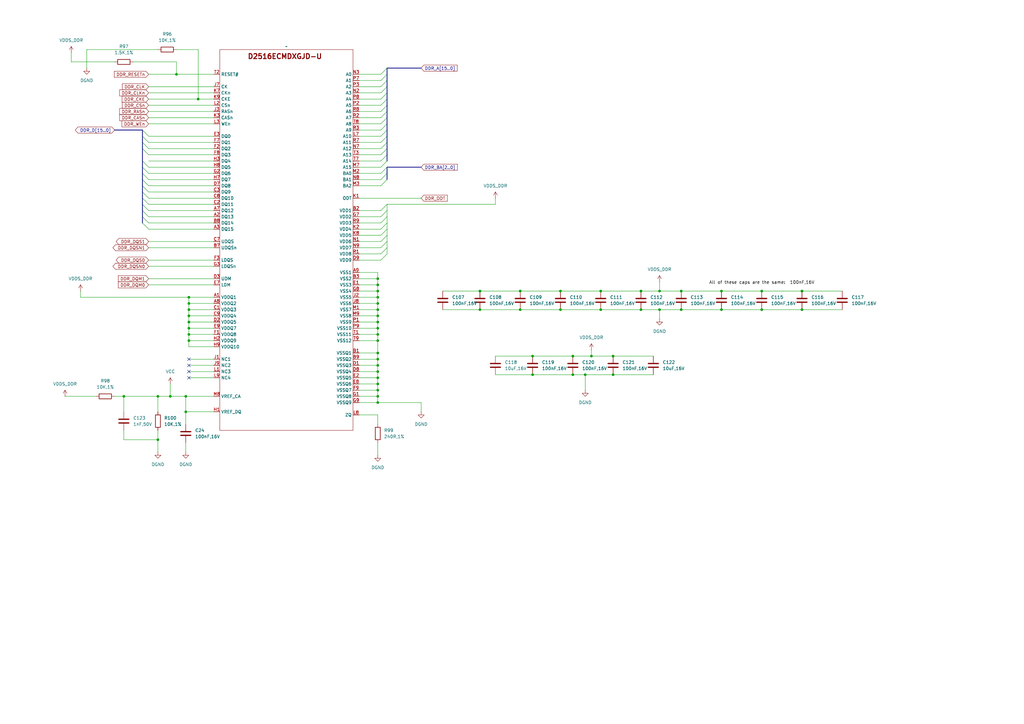
<source format=kicad_sch>
(kicad_sch (version 20231120) (generator "eeschema") (generator_version "8.0")
  (paper "A3")
  (title_block (title "Flight Computer Sheet #5: DDR3 Memory - Ian Goldberg"))
  (lib_symbols
    (symbol "Device:C" (pin_numbers hide) (pin_names (offset 0.254))
      (property "Reference" "C" (at 0.635 2.54 0))
      (property "Value" "C" (at 0.635 -2.54 0))
      (symbol "C_0_1"
        (polyline (pts (xy -2.032 -0.762) (xy 2.032 -0.762)) (stroke (width 0.508)))
        (polyline (pts (xy -2.032 0.762) (xy 2.032 0.762)) (stroke (width 0.508)))
      )
      (symbol "C_1_1"
        (pin passive line (at 0 3.81 270) (length 2.794) (name "~") (number "1"))
        (pin passive line (at 0 -3.81 90) (length 2.794) (name "~") (number "2"))
      )
    )
    (symbol "Device:R" (pin_numbers hide) (pin_names (offset 0))
      (property "Reference" "R" (at 2.032 0 90))
      (property "Value" "R" (at 0 0 90))
      (symbol "R_0_1"
        (rectangle (start -1.016 -2.54) (end 1.016 2.54) (stroke (width 0.254)))
      )
      (symbol "R_1_1"
        (pin passive line (at 0 3.81 270) (length 1.27) (name "~") (number "1"))
        (pin passive line (at 0 -3.81 90) (length 1.27) (name "~") (number "2"))
      )
    )
    (symbol "SubArctic AM335x:D2516ECMDXGJD-U"
      (property "Reference" "U" (at 0 0 0))
      (symbol "D2516ECMDXGJD-U_1_0"
        (pin input line (at 22.86 -110.49 0) (length 2.54) (name "VDDQ1") (number "A1"))
        (pin input line (at 22.86 -77.47 0) (length 2.54) (name "DQ13") (number "A2"))
        (pin input line (at 22.86 -82.55 0) (length 2.54) (name "DQ15") (number "A3"))
        (pin input line (at 22.86 -74.93 0) (length 2.54) (name "DQ12") (number "A7"))
        (pin input line (at 22.86 -113.03 0) (length 2.54) (name "VDDQ2") (number "A8"))
        (pin input line (at 82.55 -100.33 180) (length 2.54) (name "VSS1") (number "A9"))
        (pin input line (at 82.55 -133.35 180) (length 2.54) (name "VSSQ1") (number "B1"))
        (pin input line (at 82.55 -74.93 180) (length 2.54) (name "VDD1") (number "B2"))
        (pin input line (at 82.55 -102.87 180) (length 2.54) (name "VSS2") (number "B3"))
        (pin input line (at 22.86 -90.17 0) (length 2.54) (name "UDQSn") (number "B7"))
        (pin input line (at 22.86 -80.01 0) (length 2.54) (name "DQ14") (number "B8"))
        (pin input line (at 82.55 -135.89 180) (length 2.54) (name "VSSQ2") (number "B9"))
        (pin input line (at 22.86 -115.57 0) (length 2.54) (name "VDDQ3") (number "C1"))
        (pin input line (at 22.86 -72.39 0) (length 2.54) (name "DQ11") (number "C2"))
        (pin input line (at 22.86 -67.31 0) (length 2.54) (name "DQ9") (number "C3"))
        (pin input line (at 22.86 -87.63 0) (length 2.54) (name "UDQS") (number "C7"))
        (pin input line (at 22.86 -69.85 0) (length 2.54) (name "DQ10") (number "C8"))
        (pin input line (at 22.86 -118.11 0) (length 2.54) (name "VDDQ4") (number "C9"))
        (pin input line (at 82.55 -138.43 180) (length 2.54) (name "VSSQ3") (number "D1"))
        (pin input line (at 22.86 -120.65 0) (length 2.54) (name "VDDQ5") (number "D2"))
        (pin input line (at 22.86 -102.87 0) (length 2.54) (name "UDM") (number "D3"))
        (pin input line (at 22.86 -64.77 0) (length 2.54) (name "DQ8") (number "D7"))
        (pin input line (at 82.55 -95.25 180) (length 2.54) (name "VDD9") (number "D9"))
        (pin input line (at 82.55 -105.41 180) (length 2.54) (name "VSS3") (number "E1"))
        (pin input line (at 82.55 -143.51 180) (length 2.54) (name "VSSQ5") (number "E2"))
        (pin input line (at 22.86 -44.45 0) (length 2.54) (name "DQ0") (number "E3"))
        (pin input line (at 22.86 -105.41 0) (length 2.54) (name "LDM") (number "E7"))
        (pin input line (at 82.55 -146.05 180) (length 2.54) (name "VSSQ6") (number "E8"))
        (pin input line (at 22.86 -123.19 0) (length 2.54) (name "VDDQ7") (number "E9"))
        (pin input line (at 22.86 -125.73 0) (length 2.54) (name "VDDQ8") (number "F1"))
        (pin input line (at 22.86 -49.53 0) (length 2.54) (name "DQ2") (number "F2"))
        (pin input line (at 22.86 -95.25 0) (length 2.54) (name "LDQS") (number "F3"))
        (pin input line (at 22.86 -46.99 0) (length 2.54) (name "DQ1") (number "F7"))
        (pin input line (at 22.86 -52.07 0) (length 2.54) (name "DQ3") (number "F8"))
        (pin input line (at 82.55 -148.59 180) (length 2.54) (name "VSSQ7") (number "F9"))
        (pin input line (at 82.55 -151.13 180) (length 2.54) (name "VSSQ8") (number "G1"))
        (pin input line (at 22.86 -59.69 0) (length 2.54) (name "DQ6") (number "G2"))
        (pin input line (at 22.86 -97.79 0) (length 2.54) (name "LDQSn") (number "G3"))
        (pin input line (at 82.55 -77.47 180) (length 2.54) (name "VDD2") (number "G7"))
        (pin input line (at 82.55 -107.95 180) (length 2.54) (name "VSS4") (number "G8"))
        (pin input line (at 82.55 -153.67 180) (length 2.54) (name "VSSQ9") (number "G9"))
        (pin input line (at 22.86 -157.48 0) (length 2.54) (name "VREF_DQ") (number "H1"))
        (pin input line (at 22.86 -128.27 0) (length 2.54) (name "VDDQ9") (number "H2"))
        (pin input line (at 22.86 -54.61 0) (length 2.54) (name "DQ4") (number "H3"))
        (pin input line (at 22.86 -62.23 0) (length 2.54) (name "DQ7") (number "H7"))
        (pin input line (at 22.86 -57.15 0) (length 2.54) (name "DQ5") (number "H8"))
        (pin input line (at 22.86 -130.81 0) (length 2.54) (name "VDDQ10") (number "H9"))
        (pin input line (at 22.86 -135.89 0) (length 2.54) (name "NC1") (number "J1"))
        (pin input line (at 82.55 -110.49 180) (length 2.54) (name "VSS5") (number "J2"))
        (pin input line (at 22.86 -34.29 0) (length 2.54) (name "RASn") (number "J3"))
        (pin input line (at 22.86 -24.13 0) (length 2.54) (name "CK") (number "J7"))
        (pin input line (at 82.55 -113.03 180) (length 2.54) (name "VSS6") (number "J8"))
        (pin input line (at 22.86 -138.43 0) (length 2.54) (name "NC2") (number "J9"))
        (pin input line (at 82.55 -69.85 180) (length 2.54) (name "ODT") (number "K1"))
        (pin input line (at 82.55 -82.55 180) (length 2.54) (name "VDD4") (number "K2"))
        (pin input line (at 22.86 -36.83 0) (length 2.54) (name "CASn") (number "K3"))
        (pin input line (at 22.86 -26.67 0) (length 2.54) (name "CKn") (number "K7"))
        (pin input line (at 82.55 -85.09 180) (length 2.54) (name "VDD5") (number "K8"))
        (pin input line (at 22.86 -29.21 0) (length 2.54) (name "CKE") (number "K9"))
        (pin input line (at 22.86 -140.97 0) (length 2.54) (name "NC3") (number "L1"))
        (pin input line (at 22.86 -31.75 0) (length 2.54) (name "CSn") (number "L2"))
        (pin input line (at 22.86 -39.37 0) (length 2.54) (name "WEn") (number "L3"))
        (pin input line (at 82.55 -44.45 180) (length 2.54) (name "A10") (number "L7"))
        (pin input line (at 82.55 -158.75 180) (length 2.54) (name "ZQ") (number "L8"))
        (pin input line (at 22.86 -143.51 0) (length 2.54) (name "NC4") (number "L9"))
        (pin input line (at 82.55 -115.57 180) (length 2.54) (name "VSS7") (number "M1"))
        (pin input line (at 82.55 -59.69 180) (length 2.54) (name "BA0") (number "M2"))
        (pin input line (at 82.55 -64.77 180) (length 2.54) (name "BA2") (number "M3"))
        (pin input line (at 82.55 -57.15 180) (length 2.54) (name "A15") (number "M7"))
        (pin input line (at 22.86 -151.13 0) (length 2.54) (name "VREF_CA") (number "M8"))
        (pin input line (at 82.55 -118.11 180) (length 2.54) (name "VSS8") (number "M9"))
        (pin input line (at 82.55 -87.63 180) (length 2.54) (name "VDD6") (number "N1"))
        (pin input line (at 82.55 -26.67 180) (length 2.54) (name "A3") (number "N2"))
        (pin input line (at 82.55 -19.05 180) (length 2.54) (name "A0") (number "N3"))
        (pin input line (at 82.55 -49.53 180) (length 2.54) (name "A12") (number "N7"))
        (pin input line (at 82.55 -62.23 180) (length 2.54) (name "BA1") (number "N8"))
        (pin input line (at 82.55 -90.17 180) (length 2.54) (name "VDD7") (number "N9"))
        (pin input line (at 82.55 -120.65 180) (length 2.54) (name "VSS9") (number "P1"))
        (pin input line (at 82.55 -31.75 180) (length 2.54) (name "A5") (number "P2"))
        (pin input line (at 82.55 -24.13 180) (length 2.54) (name "A2") (number "P3"))
        (pin input line (at 82.55 -21.59 180) (length 2.54) (name "A1") (number "P7"))
        (pin input line (at 82.55 -29.21 180) (length 2.54) (name "A4") (number "P8"))
        (pin input line (at 82.55 -123.19 180) (length 2.54) (name "VSS10") (number "P9"))
        (pin input line (at 82.55 -92.71 180) (length 2.54) (name "VDD8") (number "R1"))
        (pin input line (at 82.55 -36.83 180) (length 2.54) (name "A7") (number "R2"))
        (pin input line (at 82.55 -41.91 180) (length 2.54) (name "A9") (number "R3"))
        (pin input line (at 82.55 -46.99 180) (length 2.54) (name "A11") (number "R7"))
        (pin input line (at 82.55 -34.29 180) (length 2.54) (name "A6") (number "R8"))
        (pin input line (at 82.55 -80.01 180) (length 2.54) (name "VDD3") (number "R9"))
        (pin input line (at 82.55 -125.73 180) (length 2.54) (name "VSS11") (number "T1"))
        (pin input line (at 82.55 -52.07 180) (length 2.54) (name "A13") (number "T3"))
        (pin input line (at 82.55 -54.61 180) (length 2.54) (name "A14") (number "T7"))
        (pin input line (at 82.55 -39.37 180) (length 2.54) (name "A8") (number "T8"))
        (pin input line (at 82.55 -128.27 180) (length 2.54) (name "VSS12") (number "T9"))
      )
      (symbol "D2516ECMDXGJD-U_1_1"
        (rectangle (start 25.4 -8.89) (end 80.01 -165.1))
        (text "D2516ECMDXGJD-U" (at 52.07 -11.684 0) (effects (font (size 2.032 2.032) (bold yes))))
        (pin input line (at 82.55 -140.97 180) (length 2.54) (name "VSSQ4") (number "D8"))
        (pin input line (at 22.86 -19.05 0) (length 2.54) (name "RESET#") (number "T2"))
      )
    )
    (symbol "power:GND" (power) (pin_numbers hide) (pin_names (offset 0) hide)
      (property "Value" "GND" (at 0 -3.81 0))
      (symbol "GND_0_1"
        (polyline (pts (xy 0 0) (xy 0 -1.27) (xy 1.27 -1.27) (xy 0 -2.54) (xy -1.27 -1.27) (xy 0 -1.27)))
      )
      (symbol "GND_1_1"
        (pin power_in line (at 0 0 270) (length 0) (name "~") (number "1"))
      )
    )
    (symbol "power:VCC" (power) (pin_numbers hide) (pin_names (offset 0) hide)
      (property "Value" "VCC" (at 0 3.556 0))
      (symbol "VCC_0_1"
        (polyline (pts (xy -0.762 1.27) (xy 0 2.54)))
        (polyline (pts (xy 0 0) (xy 0 2.54)))
        (polyline (pts (xy 0 2.54) (xy 0.762 1.27)))
      )
      (symbol "VCC_1_1"
        (pin power_in line (at 0 0 90) (length 0) (name "~") (number "1"))
      )
    )
  )
  (junction (at 312.42 127))
  (junction (at 154.94 144.78))
  (junction (at 218.44 146.05))
  (junction (at 270.51 127))
  (junction (at 77.47 132.08))
  (junction (at 154.94 152.4))
  (junction (at 69.85 162.56))
  (junction (at 154.94 137.16))
  (junction (at 251.46 153.67))
  (junction (at 328.93 127))
  (junction (at 312.42 119.38))
  (junction (at 77.47 139.7))
  (junction (at 77.47 127))
  (junction (at 154.94 147.32))
  (junction (at 76.2 162.56))
  (junction (at 77.47 124.46))
  (junction (at 154.94 157.48))
  (junction (at 196.85 127))
  (junction (at 154.94 134.62))
  (junction (at 295.91 127))
  (junction (at 154.94 165.1))
  (junction (at 64.77 162.56))
  (junction (at 76.2 168.91))
  (junction (at 77.47 134.62))
  (junction (at 251.46 146.05))
  (junction (at 229.87 127))
  (junction (at 196.85 119.38))
  (junction (at 234.95 146.05))
  (junction (at 279.4 127))
  (junction (at 154.94 127))
  (junction (at 72.39 30.48))
  (junction (at 77.47 121.92))
  (junction (at 77.47 137.16))
  (junction (at 262.89 127))
  (junction (at 154.94 114.3))
  (junction (at 218.44 153.67))
  (junction (at 154.94 124.46))
  (junction (at 154.94 119.38))
  (junction (at 246.38 119.38))
  (junction (at 154.94 154.94))
  (junction (at 154.94 116.84))
  (junction (at 81.28 40.64))
  (junction (at 295.91 119.38))
  (junction (at 50.8 162.56))
  (junction (at 242.57 146.05))
  (junction (at 154.94 139.7))
  (junction (at 64.77 180.34))
  (junction (at 234.95 153.67))
  (junction (at 213.36 127))
  (junction (at 77.47 129.54))
  (junction (at 270.51 119.38))
  (junction (at 279.4 119.38))
  (junction (at 213.36 119.38))
  (junction (at 154.94 149.86))
  (junction (at 246.38 127))
  (junction (at 240.03 153.67))
  (junction (at 328.93 119.38))
  (junction (at 154.94 121.92))
  (junction (at 154.94 160.02))
  (junction (at 154.94 162.56))
  (junction (at 262.89 119.38))
  (junction (at 154.94 132.08))
  (junction (at 229.87 119.38))
  (junction (at 154.94 129.54))
  (no_connect (at 77.47 152.4))
  (no_connect (at 77.47 154.94))
  (no_connect (at 77.47 147.32))
  (no_connect (at 77.47 149.86))
  (bus_entry (at 156.21 40.64) (size 2.54 -2.54))
  (bus_entry (at 156.21 96.52) (size 2.54 -2.54))
  (bus_entry (at 156.21 73.66) (size 2.54 -2.54))
  (bus_entry (at 156.21 63.5) (size 2.54 -2.54))
  (bus_entry (at 60.96 68.58) (size -2.54 -2.54))
  (bus_entry (at 156.21 68.58) (size 2.54 -2.54))
  (bus_entry (at 156.21 58.42) (size 2.54 -2.54))
  (bus_entry (at 60.96 63.5) (size -2.54 -2.54))
  (bus_entry (at 156.21 35.56) (size 2.54 -2.54))
  (bus_entry (at 156.21 104.14) (size 2.54 -2.54))
  (bus_entry (at 60.96 81.28) (size -2.54 -2.54))
  (bus_entry (at 60.96 93.98) (size -2.54 -2.54))
  (bus_entry (at 156.21 45.72) (size 2.54 -2.54))
  (bus_entry (at 156.21 88.9) (size 2.54 -2.54))
  (bus_entry (at 156.21 76.2) (size 2.54 -2.54))
  (bus_entry (at 156.21 48.26) (size 2.54 -2.54))
  (bus_entry (at 156.21 106.68) (size 2.54 -2.54))
  (bus_entry (at 156.21 93.98) (size 2.54 -2.54))
  (bus_entry (at 156.21 86.36) (size 2.54 -2.54))
  (bus_entry (at 156.21 38.1) (size 2.54 -2.54))
  (bus_entry (at 156.21 33.02) (size 2.54 -2.54))
  (bus_entry (at 156.21 53.34) (size 2.54 -2.54))
  (bus_entry (at 156.21 99.06) (size 2.54 -2.54))
  (bus_entry (at 156.21 43.18) (size 2.54 -2.54))
  (bus_entry (at 60.96 58.42) (size -2.54 -2.54))
  (bus_entry (at 60.96 86.36) (size -2.54 -2.54))
  (bus_entry (at 156.21 101.6) (size 2.54 -2.54))
  (bus_entry (at 156.21 66.04) (size 2.54 -2.54))
  (bus_entry (at 60.96 83.82) (size -2.54 -2.54))
  (bus_entry (at 156.21 55.88) (size 2.54 -2.54))
  (bus_entry (at 60.96 71.12) (size -2.54 -2.54))
  (bus_entry (at 156.21 60.96) (size 2.54 -2.54))
  (bus_entry (at 156.21 71.12) (size 2.54 -2.54))
  (bus_entry (at 60.96 76.2) (size -2.54 -2.54))
  (bus_entry (at 60.96 73.66) (size -2.54 -2.54))
  (bus_entry (at 156.21 50.8) (size 2.54 -2.54))
  (bus_entry (at 60.96 91.44) (size -2.54 -2.54))
  (bus_entry (at 60.96 88.9) (size -2.54 -2.54))
  (bus_entry (at 156.21 91.44) (size 2.54 -2.54))
  (bus_entry (at 60.96 78.74) (size -2.54 -2.54))
  (bus_entry (at 60.96 55.88) (size -2.54 -2.54))
  (bus_entry (at 60.96 60.96) (size -2.54 -2.54))
  (bus_entry (at 156.21 30.48) (size 2.54 -2.54))
  (wire (pts (xy 240.03 153.67) (xy 251.46 153.67)))
  (wire (pts (xy 147.32 132.08) (xy 154.94 132.08)))
  (wire (pts (xy 262.89 119.38) (xy 270.51 119.38)))
  (wire (pts (xy 147.32 165.1) (xy 154.94 165.1)))
  (wire (pts (xy 234.95 146.05) (xy 242.57 146.05)))
  (wire (pts (xy 251.46 146.05) (xy 267.97 146.05)))
  (wire (pts (xy 147.32 91.44) (xy 156.21 91.44)))
  (bus (pts (xy 58.42 81.28) (xy 58.42 78.74)))
  (wire (pts (xy 246.38 119.38) (xy 262.89 119.38)))
  (bus (pts (xy 158.75 40.64) (xy 158.75 43.18)))
  (bus (pts (xy 158.75 68.58) (xy 172.72 68.58)))
  (bus (pts (xy 158.75 35.56) (xy 158.75 38.1)))
  (wire (pts (xy 147.32 35.56) (xy 156.21 35.56)))
  (wire (pts (xy 60.96 81.28) (xy 87.63 81.28)))
  (wire (pts (xy 295.91 119.38) (xy 312.42 119.38)))
  (bus (pts (xy 58.42 88.9) (xy 58.42 86.36)))
  (wire (pts (xy 154.94 186.69) (xy 154.94 181.61)))
  (wire (pts (xy 147.32 55.88) (xy 156.21 55.88)))
  (wire (pts (xy 147.32 101.6) (xy 156.21 101.6)))
  (wire (pts (xy 77.47 137.16) (xy 87.63 137.16)))
  (wire (pts (xy 147.32 111.76) (xy 154.94 111.76)))
  (bus (pts (xy 158.75 43.18) (xy 158.75 45.72)))
  (wire (pts (xy 147.32 147.32) (xy 154.94 147.32)))
  (wire (pts (xy 147.32 66.04) (xy 156.21 66.04)))
  (bus (pts (xy 158.75 55.88) (xy 158.75 58.42)))
  (wire (pts (xy 147.32 124.46) (xy 154.94 124.46)))
  (wire (pts (xy 158.75 86.36) (xy 158.75 88.9)))
  (wire (pts (xy 154.94 124.46) (xy 154.94 127)))
  (wire (pts (xy 76.2 162.56) (xy 87.63 162.56)))
  (wire (pts (xy 76.2 181.61) (xy 76.2 185.42)))
  (wire (pts (xy 154.94 147.32) (xy 154.94 149.86)))
  (wire (pts (xy 147.32 40.64) (xy 156.21 40.64)))
  (wire (pts (xy 242.57 143.51) (xy 242.57 146.05)))
  (wire (pts (xy 76.2 168.91) (xy 87.63 168.91)))
  (wire (pts (xy 77.47 129.54) (xy 87.63 129.54)))
  (wire (pts (xy 147.32 157.48) (xy 154.94 157.48)))
  (wire (pts (xy 154.94 139.7) (xy 154.94 144.78)))
  (wire (pts (xy 213.36 127) (xy 229.87 127)))
  (wire (pts (xy 147.32 170.18) (xy 154.94 170.18)))
  (wire (pts (xy 64.77 162.56) (xy 64.77 168.91)))
  (wire (pts (xy 218.44 146.05) (xy 234.95 146.05)))
  (wire (pts (xy 60.96 78.74) (xy 87.63 78.74)))
  (wire (pts (xy 77.47 132.08) (xy 87.63 132.08)))
  (wire (pts (xy 29.21 25.4) (xy 46.99 25.4)))
  (wire (pts (xy 60.96 76.2) (xy 87.63 76.2)))
  (bus (pts (xy 58.42 60.96) (xy 58.42 58.42)))
  (wire (pts (xy 147.32 76.2) (xy 156.21 76.2)))
  (wire (pts (xy 147.32 60.96) (xy 156.21 60.96)))
  (wire (pts (xy 29.21 21.59) (xy 29.21 25.4)))
  (wire (pts (xy 60.96 35.56) (xy 87.63 35.56)))
  (bus (pts (xy 158.75 73.66) (xy 158.75 71.12)))
  (bus (pts (xy 158.75 27.94) (xy 158.75 30.48)))
  (wire (pts (xy 147.32 152.4) (xy 154.94 152.4)))
  (bus (pts (xy 58.42 60.96) (xy 58.42 66.04)))
  (bus (pts (xy 158.75 60.96) (xy 158.75 63.5)))
  (wire (pts (xy 64.77 180.34) (xy 64.77 176.53)))
  (wire (pts (xy 77.47 152.4) (xy 87.63 152.4)))
  (wire (pts (xy 35.56 20.32) (xy 64.77 20.32)))
  (wire (pts (xy 147.32 71.12) (xy 156.21 71.12)))
  (wire (pts (xy 147.32 48.26) (xy 156.21 48.26)))
  (wire (pts (xy 60.96 38.1) (xy 87.63 38.1)))
  (wire (pts (xy 147.32 127) (xy 154.94 127)))
  (wire (pts (xy 147.32 106.68) (xy 156.21 106.68)))
  (wire (pts (xy 154.94 157.48) (xy 154.94 160.02)))
  (wire (pts (xy 154.94 132.08) (xy 154.94 134.62)))
  (wire (pts (xy 147.32 96.52) (xy 156.21 96.52)))
  (wire (pts (xy 312.42 119.38) (xy 328.93 119.38)))
  (wire (pts (xy 154.94 162.56) (xy 154.94 165.1)))
  (bus (pts (xy 158.75 48.26) (xy 158.75 50.8)))
  (wire (pts (xy 328.93 127) (xy 345.44 127)))
  (wire (pts (xy 270.51 127) (xy 270.51 130.81)))
  (bus (pts (xy 58.42 73.66) (xy 58.42 71.12)))
  (wire (pts (xy 147.32 81.28) (xy 172.72 81.28)))
  (wire (pts (xy 77.47 129.54) (xy 77.47 127)))
  (bus (pts (xy 58.42 68.58) (xy 58.42 66.04)))
  (wire (pts (xy 147.32 154.94) (xy 154.94 154.94)))
  (wire (pts (xy 181.61 127) (xy 196.85 127)))
  (wire (pts (xy 50.8 162.56) (xy 50.8 168.91)))
  (wire (pts (xy 154.94 129.54) (xy 154.94 132.08)))
  (bus (pts (xy 58.42 76.2) (xy 58.42 73.66)))
  (wire (pts (xy 154.94 160.02) (xy 154.94 162.56)))
  (wire (pts (xy 154.94 134.62) (xy 154.94 137.16)))
  (wire (pts (xy 147.32 63.5) (xy 156.21 63.5)))
  (bus (pts (xy 158.75 63.5) (xy 158.75 66.04)))
  (wire (pts (xy 154.94 137.16) (xy 154.94 139.7)))
  (wire (pts (xy 60.96 45.72) (xy 87.63 45.72)))
  (wire (pts (xy 77.47 139.7) (xy 77.47 137.16)))
  (wire (pts (xy 279.4 119.38) (xy 295.91 119.38)))
  (wire (pts (xy 196.85 127) (xy 213.36 127)))
  (wire (pts (xy 77.47 121.92) (xy 33.02 121.92)))
  (bus (pts (xy 58.42 58.42) (xy 58.42 55.88)))
  (wire (pts (xy 33.02 119.38) (xy 33.02 121.92)))
  (wire (pts (xy 147.32 99.06) (xy 156.21 99.06)))
  (wire (pts (xy 77.47 149.86) (xy 87.63 149.86)))
  (wire (pts (xy 279.4 127) (xy 295.91 127)))
  (wire (pts (xy 60.96 55.88) (xy 87.63 55.88)))
  (wire (pts (xy 328.93 119.38) (xy 345.44 119.38)))
  (wire (pts (xy 60.96 83.82) (xy 87.63 83.82)))
  (wire (pts (xy 147.32 33.02) (xy 156.21 33.02)))
  (wire (pts (xy 240.03 153.67) (xy 240.03 160.02)))
  (wire (pts (xy 147.32 38.1) (xy 156.21 38.1)))
  (bus (pts (xy 158.75 30.48) (xy 158.75 33.02)))
  (wire (pts (xy 46.99 162.56) (xy 50.8 162.56)))
  (wire (pts (xy 64.77 180.34) (xy 64.77 185.42)))
  (wire (pts (xy 60.96 99.06) (xy 87.63 99.06)))
  (wire (pts (xy 60.96 93.98) (xy 87.63 93.98)))
  (bus (pts (xy 58.42 86.36) (xy 58.42 83.82)))
  (wire (pts (xy 60.96 50.8) (xy 87.63 50.8)))
  (wire (pts (xy 147.32 137.16) (xy 154.94 137.16)))
  (wire (pts (xy 158.75 96.52) (xy 158.75 99.06)))
  (wire (pts (xy 154.94 121.92) (xy 154.94 124.46)))
  (wire (pts (xy 154.94 116.84) (xy 154.94 119.38)))
  (wire (pts (xy 203.2 153.67) (xy 218.44 153.67)))
  (wire (pts (xy 76.2 168.91) (xy 76.2 173.99)))
  (wire (pts (xy 147.32 93.98) (xy 156.21 93.98)))
  (wire (pts (xy 147.32 86.36) (xy 156.21 86.36)))
  (wire (pts (xy 50.8 176.53) (xy 50.8 180.34)))
  (wire (pts (xy 77.47 137.16) (xy 77.47 134.62)))
  (wire (pts (xy 147.32 30.48) (xy 156.21 30.48)))
  (wire (pts (xy 147.32 149.86) (xy 154.94 149.86)))
  (wire (pts (xy 147.32 88.9) (xy 156.21 88.9)))
  (wire (pts (xy 181.61 119.38) (xy 196.85 119.38)))
  (wire (pts (xy 229.87 127) (xy 246.38 127)))
  (wire (pts (xy 154.94 111.76) (xy 154.94 114.3)))
  (bus (pts (xy 158.75 38.1) (xy 158.75 40.64)))
  (wire (pts (xy 147.32 162.56) (xy 154.94 162.56)))
  (wire (pts (xy 218.44 153.67) (xy 234.95 153.67)))
  (wire (pts (xy 154.94 152.4) (xy 154.94 154.94)))
  (wire (pts (xy 60.96 109.22) (xy 87.63 109.22)))
  (wire (pts (xy 39.37 162.56) (xy 26.67 162.56)))
  (wire (pts (xy 60.96 86.36) (xy 87.63 86.36)))
  (wire (pts (xy 203.2 81.28) (xy 203.2 83.82)))
  (wire (pts (xy 77.47 124.46) (xy 77.47 121.92)))
  (wire (pts (xy 69.85 157.48) (xy 69.85 162.56)))
  (wire (pts (xy 262.89 127) (xy 270.51 127)))
  (bus (pts (xy 158.75 27.94) (xy 172.72 27.94)))
  (wire (pts (xy 60.96 116.84) (xy 87.63 116.84)))
  (wire (pts (xy 60.96 30.48) (xy 72.39 30.48)))
  (wire (pts (xy 147.32 50.8) (xy 156.21 50.8)))
  (wire (pts (xy 77.47 142.24) (xy 77.47 139.7)))
  (wire (pts (xy 60.96 66.04) (xy 87.63 66.04)))
  (wire (pts (xy 60.96 48.26) (xy 87.63 48.26)))
  (wire (pts (xy 77.47 127) (xy 87.63 127)))
  (wire (pts (xy 147.32 116.84) (xy 154.94 116.84)))
  (wire (pts (xy 60.96 68.58) (xy 87.63 68.58)))
  (wire (pts (xy 147.32 129.54) (xy 154.94 129.54)))
  (wire (pts (xy 60.96 63.5) (xy 87.63 63.5)))
  (wire (pts (xy 60.96 58.42) (xy 87.63 58.42)))
  (bus (pts (xy 58.42 71.12) (xy 58.42 68.58)))
  (wire (pts (xy 147.32 114.3) (xy 154.94 114.3)))
  (wire (pts (xy 154.94 165.1) (xy 172.72 165.1)))
  (wire (pts (xy 312.42 127) (xy 328.93 127)))
  (wire (pts (xy 77.47 132.08) (xy 77.47 129.54)))
  (bus (pts (xy 58.42 83.82) (xy 58.42 81.28)))
  (wire (pts (xy 158.75 99.06) (xy 158.75 101.6)))
  (wire (pts (xy 158.75 91.44) (xy 158.75 93.98)))
  (bus (pts (xy 58.42 78.74) (xy 58.42 76.2)))
  (wire (pts (xy 60.96 88.9) (xy 87.63 88.9)))
  (wire (pts (xy 69.85 162.56) (xy 76.2 162.56)))
  (wire (pts (xy 77.47 121.92) (xy 87.63 121.92)))
  (wire (pts (xy 158.75 83.82) (xy 203.2 83.82)))
  (wire (pts (xy 147.32 144.78) (xy 154.94 144.78)))
  (wire (pts (xy 76.2 162.56) (xy 76.2 168.91)))
  (wire (pts (xy 35.56 20.32) (xy 35.56 27.94)))
  (wire (pts (xy 234.95 153.67) (xy 240.03 153.67)))
  (wire (pts (xy 147.32 73.66) (xy 156.21 73.66)))
  (wire (pts (xy 77.47 127) (xy 77.47 124.46)))
  (wire (pts (xy 77.47 134.62) (xy 77.47 132.08)))
  (wire (pts (xy 251.46 153.67) (xy 267.97 153.67)))
  (wire (pts (xy 60.96 101.6) (xy 87.63 101.6)))
  (wire (pts (xy 60.96 91.44) (xy 87.63 91.44)))
  (wire (pts (xy 158.75 88.9) (xy 158.75 91.44)))
  (wire (pts (xy 147.32 43.18) (xy 156.21 43.18)))
  (wire (pts (xy 54.61 25.4) (xy 72.39 25.4)))
  (wire (pts (xy 213.36 119.38) (xy 229.87 119.38)))
  (wire (pts (xy 154.94 149.86) (xy 154.94 152.4)))
  (bus (pts (xy 58.42 91.44) (xy 58.42 88.9)))
  (wire (pts (xy 81.28 40.64) (xy 87.63 40.64)))
  (wire (pts (xy 72.39 30.48) (xy 72.39 25.4)))
  (wire (pts (xy 72.39 30.48) (xy 87.63 30.48)))
  (wire (pts (xy 50.8 162.56) (xy 64.77 162.56)))
  (wire (pts (xy 60.96 40.64) (xy 81.28 40.64)))
  (wire (pts (xy 295.91 127) (xy 312.42 127)))
  (wire (pts (xy 154.94 170.18) (xy 154.94 173.99)))
  (bus (pts (xy 158.75 33.02) (xy 158.75 35.56)))
  (wire (pts (xy 147.32 160.02) (xy 154.94 160.02)))
  (wire (pts (xy 270.51 127) (xy 279.4 127)))
  (bus (pts (xy 58.42 55.88) (xy 58.42 53.34)))
  (wire (pts (xy 229.87 119.38) (xy 246.38 119.38)))
  (wire (pts (xy 77.47 139.7) (xy 87.63 139.7)))
  (wire (pts (xy 147.32 121.92) (xy 154.94 121.92)))
  (wire (pts (xy 270.51 115.57) (xy 270.51 119.38)))
  (bus (pts (xy 158.75 50.8) (xy 158.75 53.34)))
  (wire (pts (xy 147.32 53.34) (xy 156.21 53.34)))
  (bus (pts (xy 158.75 45.72) (xy 158.75 48.26)))
  (wire (pts (xy 60.96 73.66) (xy 87.63 73.66)))
  (wire (pts (xy 60.96 106.68) (xy 87.63 106.68)))
  (wire (pts (xy 154.94 114.3) (xy 154.94 116.84)))
  (wire (pts (xy 147.32 119.38) (xy 154.94 119.38)))
  (bus (pts (xy 158.75 53.34) (xy 158.75 55.88)))
  (wire (pts (xy 147.32 104.14) (xy 156.21 104.14)))
  (bus (pts (xy 158.75 58.42) (xy 158.75 60.96)))
  (wire (pts (xy 242.57 146.05) (xy 251.46 146.05)))
  (wire (pts (xy 60.96 71.12) (xy 87.63 71.12)))
  (bus (pts (xy 158.75 71.12) (xy 158.75 68.58)))
  (wire (pts (xy 77.47 147.32) (xy 87.63 147.32)))
  (wire (pts (xy 203.2 146.05) (xy 218.44 146.05)))
  (wire (pts (xy 77.47 142.24) (xy 87.63 142.24)))
  (wire (pts (xy 154.94 119.38) (xy 154.94 121.92)))
  (wire (pts (xy 64.77 162.56) (xy 69.85 162.56)))
  (wire (pts (xy 147.32 45.72) (xy 156.21 45.72)))
  (wire (pts (xy 81.28 40.64) (xy 81.28 20.32)))
  (wire (pts (xy 196.85 119.38) (xy 213.36 119.38)))
  (wire (pts (xy 60.96 114.3) (xy 87.63 114.3)))
  (wire (pts (xy 270.51 119.38) (xy 279.4 119.38)))
  (wire (pts (xy 172.72 165.1) (xy 172.72 168.91)))
  (wire (pts (xy 60.96 60.96) (xy 87.63 60.96)))
  (wire (pts (xy 154.94 154.94) (xy 154.94 157.48)))
  (wire (pts (xy 158.75 83.82) (xy 158.75 86.36)))
  (wire (pts (xy 147.32 134.62) (xy 154.94 134.62)))
  (wire (pts (xy 77.47 134.62) (xy 87.63 134.62)))
  (wire (pts (xy 147.32 139.7) (xy 154.94 139.7)))
  (wire (pts (xy 81.28 20.32) (xy 72.39 20.32)))
  (wire (pts (xy 158.75 93.98) (xy 158.75 96.52)))
  (bus (pts (xy 58.42 53.34) (xy 46.99 53.34)))
  (wire (pts (xy 158.75 101.6) (xy 158.75 104.14)))
  (wire (pts (xy 77.47 154.94) (xy 87.63 154.94)))
  (wire (pts (xy 77.47 124.46) (xy 87.63 124.46)))
  (wire (pts (xy 246.38 127) (xy 262.89 127)))
  (wire (pts (xy 50.8 180.34) (xy 64.77 180.34)))
  (wire (pts (xy 147.32 58.42) (xy 156.21 58.42)))
  (wire (pts (xy 154.94 144.78) (xy 154.94 147.32)))
  (wire (pts (xy 60.96 43.18) (xy 87.63 43.18)))
  (wire (pts (xy 147.32 68.58) (xy 156.21 68.58)))
  (wire (pts (xy 154.94 127) (xy 154.94 129.54)))
  (label "All of these caps are the same:  100nF,16V" (at 290.83 116.84 0))
  (global_label "DDR_WEn" (shape input) (at 60.96 50.8 180) (property "Intersheetrefs" "${INTERSHEET_REFS}" (effects (hide yes))))
  (global_label "DDR_CASn" (shape input) (at 60.96 48.26 180) (property "Intersheetrefs" "${INTERSHEET_REFS}" (effects (hide yes))))
  (global_label "DDR_CKE" (shape input) (at 60.96 40.64 180) (property "Intersheetrefs" "${INTERSHEET_REFS}" (effects (hide yes))))
  (global_label "DDR_ODT" (shape input) (at 172.72 81.28 0) (property "Intersheetrefs" "${INTERSHEET_REFS}" (effects (hide yes))))
  (global_label "DDR_CSn" (shape input) (at 60.96 43.18 180) (property "Intersheetrefs" "${INTERSHEET_REFS}" (effects (hide yes))))
  (global_label "DDR_BA[2..0]" (shape input) (at 172.72 68.58 0) (property "Intersheetrefs" "${INTERSHEET_REFS}" (effects (hide yes))))
  (global_label "DDR_RESETn" (shape input) (at 60.96 30.48 180) (property "Intersheetrefs" "${INTERSHEET_REFS}" (effects (hide yes))))
  (global_label "DDR_DQSN0" (shape bidirectional) (at 60.96 109.22 180) (property "Intersheetrefs" "${INTERSHEET_REFS}" (effects (hide yes))))
  (global_label "DDR_DQSN1" (shape bidirectional) (at 60.96 101.6 180) (property "Intersheetrefs" "${INTERSHEET_REFS}" (effects (hide yes))))
  (global_label "DDR_DQS0" (shape bidirectional) (at 60.96 106.68 180) (property "Intersheetrefs" "${INTERSHEET_REFS}" (effects (hide yes))))
  (global_label "DDR_RASn" (shape input) (at 60.96 45.72 180) (property "Intersheetrefs" "${INTERSHEET_REFS}" (effects (hide yes))))
  (global_label "DDR_D[15..0]" (shape bidirectional) (at 46.99 53.34 180) (property "Intersheetrefs" "${INTERSHEET_REFS}" (effects (hide yes))))
  (global_label "DDR_A[15..0]" (shape input) (at 172.72 27.94 0) (property "Intersheetrefs" "${INTERSHEET_REFS}" (effects (hide yes))))
  (global_label "DDR_CLK" (shape input) (at 60.96 35.56 180) (property "Intersheetrefs" "${INTERSHEET_REFS}" (effects (hide yes))))
  (global_label "DDR_CLKn" (shape input) (at 60.96 38.1 180) (property "Intersheetrefs" "${INTERSHEET_REFS}" (effects (hide yes))))
  (global_label "DDR_DQM0" (shape input) (at 60.96 116.84 180) (property "Intersheetrefs" "${INTERSHEET_REFS}" (effects (hide yes))))
  (global_label "DDR_DQS1" (shape bidirectional) (at 60.96 99.06 180) (property "Intersheetrefs" "${INTERSHEET_REFS}" (effects (hide yes))))
  (global_label "DDR_DQM1" (shape input) (at 60.96 114.3 180) (property "Intersheetrefs" "${INTERSHEET_REFS}" (effects (hide yes))))
  (symbol (lib_id "Device:C") (at 279.4 123.19 0) (unit 1)
    (property "Reference" "C113" (at 283.21 121.9199 0) (effects (justify left)))
    (property "Value" "100nF,16V " (at 283.21 124.4599 0) (effects (justify left)))
    (property "Description" "Unpolarized capacitor" (effects (hide yes)))
  )
  (symbol (lib_id "Device:C") (at 312.42 123.19 0) (unit 1)
    (property "Reference" "C115" (at 316.23 121.9199 0) (effects (justify left)))
    (property "Value" "100nF,16V " (at 316.23 124.4599 0) (effects (justify left)))
    (property "Description" "Unpolarized capacitor" (effects (hide yes)))
  )
  (symbol (lib_id "power:GND") (at 76.2 185.42 0) (unit 1)
    (property "Reference" "#PWR0140" (effects (hide yes)))
    (property "Value" "DGND" (at 76.2 190.5 0))
    (property "Description" "Power symbol creates a global label with name \"GND\" , ground" (effects (hide yes)))
  )
  (symbol (lib_id "Device:C") (at 251.46 149.86 0) (unit 1)
    (property "Reference" "C121" (at 255.27 148.5899 0) (effects (justify left)))
    (property "Value" "100nF,16V " (at 255.27 151.1299 0) (effects (justify left)))
    (property "Description" "Unpolarized capacitor" (effects (hide yes)))
  )
  (symbol (lib_id "Device:C") (at 50.8 172.72 0) (unit 1)
    (property "Reference" "C123" (at 54.61 171.4499 0) (effects (justify left)))
    (property "Value" "1nF,50V" (at 54.61 173.9899 0) (effects (justify left)))
    (property "Description" "Unpolarized capacitor" (effects (hide yes)))
  )
  (symbol (lib_id "power:GND") (at 240.03 160.02 0) (unit 1)
    (property "Reference" "#PWR0144" (effects (hide yes)))
    (property "Value" "DGND" (at 240.03 165.1 0))
    (property "Description" "Power symbol creates a global label with name \"GND\" , ground" (effects (hide yes)))
  )
  (symbol (lib_id "power:GND") (at 35.56 27.94 0) (unit 1)
    (property "Reference" "#PWR0146" (effects (hide yes)))
    (property "Value" "DGND" (at 35.56 33.02 0))
    (property "Description" "Power symbol creates a global label with name \"GND\" , ground" (effects (hide yes)))
  )
  (symbol (lib_id "power:VCC") (at 26.67 162.56 0) (unit 1)
    (property "Reference" "#PWR0145" (effects (hide yes)))
    (property "Value" "VDDS_DDR" (at 26.67 157.48 0))
    (property "Description" "Power symbol creates a global label with name \"VCC\"" (effects (hide yes)))
  )
  (symbol (lib_id "Device:R") (at 68.58 20.32 90) (unit 1)
    (property "Reference" "R96" (at 68.58 13.97 90))
    (property "Value" "10K,1%" (at 68.58 16.51 90))
    (property "Description" "Resistor" (effects (hide yes)))
  )
  (symbol (lib_id "Device:C") (at 295.91 123.19 0) (unit 1)
    (property "Reference" "C114" (at 299.72 121.9199 0) (effects (justify left)))
    (property "Value" "100nF,16V " (at 299.72 124.4599 0) (effects (justify left)))
    (property "Description" "Unpolarized capacitor" (effects (hide yes)))
  )
  (symbol (lib_id "power:VCC") (at 203.2 81.28 0) (unit 1)
    (property "Reference" "#PWR0134" (effects (hide yes)))
    (property "Value" "VDDS_DDR" (at 203.2 76.2 0))
    (property "Description" "Power symbol creates a global label with name \"VCC\"" (effects (hide yes)))
  )
  (symbol (lib_id "power:VCC") (at 242.57 143.51 0) (unit 1)
    (property "Reference" "#PWR0141" (effects (hide yes)))
    (property "Value" "VDDS_DDR" (at 242.57 138.43 0))
    (property "Description" "Power symbol creates a global label with name \"VCC\"" (effects (hide yes)))
  )
  (symbol (lib_id "Device:C") (at 328.93 123.19 0) (unit 1)
    (property "Reference" "C116" (at 332.74 121.9199 0) (effects (justify left)))
    (property "Value" "100nF,16V " (at 332.74 124.4599 0) (effects (justify left)))
    (property "Description" "Unpolarized capacitor" (effects (hide yes)))
  )
  (symbol (lib_id "Device:R") (at 50.8 25.4 90) (unit 1)
    (property "Reference" "R97" (at 50.8 19.05 90))
    (property "Value" "1.5K,1%" (at 50.8 21.59 90))
    (property "Description" "Resistor" (effects (hide yes)))
  )
  (symbol (lib_id "SubArctic AM335x:D2516ECMDXGJD-U") (at 64.77 11.43 0) (unit 1)
    (property "Reference" "U14" (effects (hide yes)))
    (property "Value" "~" (at 117.475 19.05 0))
  )
  (symbol (lib_id "Device:C") (at 246.38 123.19 0) (unit 1)
    (property "Reference" "C111" (at 250.19 121.9199 0) (effects (justify left)))
    (property "Value" "100nF,16V " (at 250.19 124.4599 0) (effects (justify left)))
    (property "Description" "Unpolarized capacitor" (effects (hide yes)))
  )
  (symbol (lib_id "power:GND") (at 172.72 168.91 0) (unit 1)
    (property "Reference" "#PWR0135" (effects (hide yes)))
    (property "Value" "DGND" (at 172.72 173.99 0))
    (property "Description" "Power symbol creates a global label with name \"GND\" , ground" (effects (hide yes)))
  )
  (symbol (lib_id "power:VCC") (at 69.85 157.48 0) (unit 1)
    (property "Reference" "#PWR0138" (effects (hide yes)))
    (property "Value" "VCC" (at 69.85 152.4 0))
    (property "Description" "Power symbol creates a global label with name \"VCC\"" (effects (hide yes)))
  )
  (symbol (lib_id "Device:C") (at 203.2 149.86 0) (unit 1)
    (property "Reference" "C118" (at 207.01 148.5899 0) (effects (justify left)))
    (property "Value" "10uF,16V" (at 207.01 151.1299 0) (effects (justify left)))
    (property "Description" "Unpolarized capacitor" (effects (hide yes)))
  )
  (symbol (lib_id "Device:C") (at 196.85 123.19 0) (unit 1)
    (property "Reference" "C108" (at 200.66 121.9199 0) (effects (justify left)))
    (property "Value" "100nF,16V " (at 200.66 124.4599 0) (effects (justify left)))
    (property "Description" "Unpolarized capacitor" (effects (hide yes)))
  )
  (symbol (lib_id "Device:R") (at 64.77 172.72 0) (unit 1)
    (property "Reference" "R100" (at 67.31 171.4499 0) (effects (justify left)))
    (property "Value" "10K,1%" (at 67.31 173.9899 0) (effects (justify left)))
    (property "Description" "Resistor" (effects (hide yes)))
  )
  (symbol (lib_id "Device:C") (at 229.87 123.19 0) (unit 1)
    (property "Reference" "C110" (at 233.68 121.9199 0) (effects (justify left)))
    (property "Value" "100nF,16V " (at 233.68 124.4599 0) (effects (justify left)))
    (property "Description" "Unpolarized capacitor" (effects (hide yes)))
  )
  (symbol (lib_id "power:GND") (at 154.94 186.69 0) (unit 1)
    (property "Reference" "#PWR0136" (effects (hide yes)))
    (property "Value" "DGND" (at 154.94 191.77 0))
    (property "Description" "Power symbol creates a global label with name \"GND\" , ground" (effects (hide yes)))
  )
  (symbol (lib_id "Device:C") (at 345.44 123.19 0) (unit 1)
    (property "Reference" "C117" (at 349.25 121.9199 0) (effects (justify left)))
    (property "Value" "100nF,16V " (at 349.25 124.4599 0) (effects (justify left)))
    (property "Description" "Unpolarized capacitor" (effects (hide yes)))
  )
  (symbol (lib_id "Device:C") (at 267.97 149.86 0) (unit 1)
    (property "Reference" "C122" (at 271.78 148.5899 0) (effects (justify left)))
    (property "Value" "10uF,16V" (at 271.78 151.1299 0) (effects (justify left)))
    (property "Description" "Unpolarized capacitor" (effects (hide yes)))
  )
  (symbol (lib_id "power:VCC") (at 33.02 119.38 0) (unit 1)
    (property "Reference" "#PWR0137" (effects (hide yes)))
    (property "Value" "VDDS_DDR" (at 33.02 114.3 0))
    (property "Description" "Power symbol creates a global label with name \"VCC\"" (effects (hide yes)))
  )
  (symbol (lib_id "Device:C") (at 262.89 123.19 0) (unit 1)
    (property "Reference" "C112" (at 266.7 121.9199 0) (effects (justify left)))
    (property "Value" "100nF,16V " (at 266.7 124.4599 0) (effects (justify left)))
    (property "Description" "Unpolarized capacitor" (effects (hide yes)))
  )
  (symbol (lib_id "power:GND") (at 64.77 185.42 0) (unit 1)
    (property "Reference" "#PWR0139" (effects (hide yes)))
    (property "Value" "DGND" (at 64.77 190.5 0))
    (property "Description" "Power symbol creates a global label with name \"GND\" , ground" (effects (hide yes)))
  )
  (symbol (lib_id "Device:R") (at 154.94 177.8 0) (unit 1)
    (property "Reference" "R99" (at 157.48 176.5299 0) (effects (justify left)))
    (property "Value" "240R,1%" (at 157.48 179.0699 0) (effects (justify left)))
    (property "Description" "Resistor" (effects (hide yes)))
  )
  (symbol (lib_id "power:VCC") (at 270.51 115.57 0) (unit 1)
    (property "Reference" "#PWR0143" (effects (hide yes)))
    (property "Value" "VDDS_DDR" (at 270.51 110.49 0))
    (property "Description" "Power symbol creates a global label with name \"VCC\"" (effects (hide yes)))
  )
  (symbol (lib_id "power:VCC") (at 29.21 21.59 0) (unit 1)
    (property "Reference" "#PWR0147" (effects (hide yes)))
    (property "Value" "VDDS_DDR" (at 29.21 16.51 0))
    (property "Description" "Power symbol creates a global label with name \"VCC\"" (effects (hide yes)))
  )
  (symbol (lib_id "Device:C") (at 234.95 149.86 0) (unit 1)
    (property "Reference" "C120" (at 238.76 148.5899 0) (effects (justify left)))
    (property "Value" "100nF,16V " (at 238.76 151.1299 0) (effects (justify left)))
    (property "Description" "Unpolarized capacitor" (effects (hide yes)))
  )
  (symbol (lib_id "power:GND") (at 270.51 130.81 0) (unit 1)
    (property "Reference" "#PWR0142" (effects (hide yes)))
    (property "Value" "DGND" (at 270.51 135.89 0))
    (property "Description" "Power symbol creates a global label with name \"GND\" , ground" (effects (hide yes)))
  )
  (symbol (lib_id "Device:R") (at 43.18 162.56 90) (unit 1)
    (property "Reference" "R98" (at 43.18 156.21 90))
    (property "Value" "10K,1%" (at 43.18 158.75 90))
    (property "Description" "Resistor" (effects (hide yes)))
  )
  (symbol (lib_id "Device:C") (at 181.61 123.19 0) (unit 1)
    (property "Reference" "C107" (at 185.42 121.9199 0) (effects (justify left)))
    (property "Value" "100nF,16V " (at 185.42 124.4599 0) (effects (justify left)))
    (property "Description" "Unpolarized capacitor" (effects (hide yes)))
  )
  (symbol (lib_id "Device:C") (at 213.36 123.19 0) (unit 1)
    (property "Reference" "C109" (at 217.17 121.9199 0) (effects (justify left)))
    (property "Value" "100nF,16V " (at 217.17 124.4599 0) (effects (justify left)))
    (property "Description" "Unpolarized capacitor" (effects (hide yes)))
  )
  (symbol (lib_id "Device:C") (at 76.2 177.8 0) (unit 1)
    (property "Reference" "C24" (at 80.01 176.5299 0) (effects (justify left)))
    (property "Value" "100nF,16V" (at 80.01 179.0699 0) (effects (justify left)))
    (property "Description" "Unpolarized capacitor" (effects (hide yes)))
  )
  (symbol (lib_id "Device:C") (at 218.44 149.86 0) (unit 1)
    (property "Reference" "C119" (at 222.25 148.5899 0) (effects (justify left)))
    (property "Value" "100nF,16V " (at 222.25 151.1299 0) (effects (justify left)))
    (property "Description" "Unpolarized capacitor" (effects (hide yes)))
  )
)
</source>
